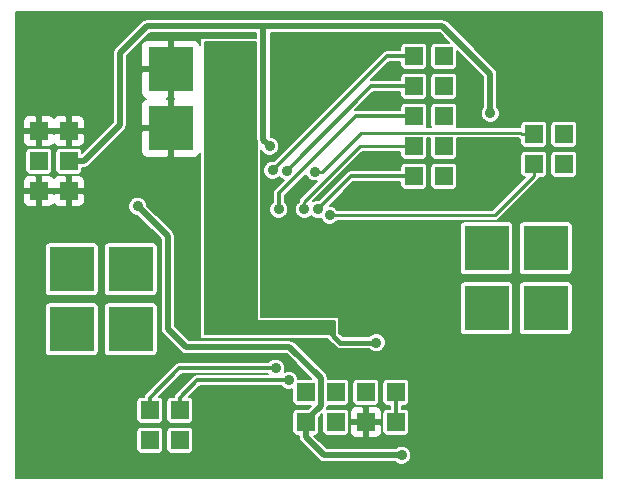
<source format=gbr>
G04 #@! TF.FileFunction,Copper,L1,Top,Signal*
%FSLAX46Y46*%
G04 Gerber Fmt 4.6, Leading zero omitted, Abs format (unit mm)*
G04 Created by KiCad (PCBNEW 0.201503251001+5534~22~ubuntu14.04.1-product) date Čt 26. březen 2015, 00:04:57 CET*
%MOMM*%
G01*
G04 APERTURE LIST*
%ADD10C,0.300000*%
%ADD11R,3.810000X3.810000*%
%ADD12C,6.000000*%
%ADD13R,1.524000X1.524000*%
%ADD14C,0.889000*%
%ADD15C,0.400000*%
%ADD16C,0.254000*%
%ADD17C,0.500000*%
%ADD18C,0.200000*%
G04 APERTURE END LIST*
D10*
D11*
X13716000Y35226000D03*
X13716000Y30226000D03*
X18796000Y35226000D03*
X18796000Y30226000D03*
D12*
X45720000Y35560000D03*
X45720000Y5080000D03*
X5080000Y35560000D03*
X5080000Y5080000D03*
D13*
X27686000Y5334000D03*
X27686000Y7874000D03*
D11*
X10334000Y18288000D03*
X5334000Y18288000D03*
X10334000Y13208000D03*
X5334000Y13208000D03*
X40466000Y20066000D03*
X45466000Y20066000D03*
X40466000Y14986000D03*
X45466000Y14986000D03*
D13*
X25146000Y7874000D03*
X25146000Y5334000D03*
X30226000Y5334000D03*
X30226000Y7874000D03*
X11938000Y3810000D03*
X11938000Y6350000D03*
X14478000Y3810000D03*
X14478000Y6350000D03*
X34290000Y31242000D03*
X36830000Y31242000D03*
X34290000Y36322000D03*
X36830000Y36322000D03*
X34290000Y33782000D03*
X36830000Y33782000D03*
X34290000Y28702000D03*
X36830000Y28702000D03*
X32766000Y5334000D03*
X32766000Y7874000D03*
X44450000Y27178000D03*
X46990000Y27178000D03*
X44450000Y29718000D03*
X46990000Y29718000D03*
X34290000Y26162000D03*
X36830000Y26162000D03*
X2540000Y29972000D03*
X5080000Y29972000D03*
X2540000Y27432000D03*
X5080000Y27432000D03*
X2540000Y24892000D03*
X5080000Y24892000D03*
D14*
X20066000Y13208000D03*
X31114996Y12065000D03*
X26924000Y13208000D03*
X29083000Y18288000D03*
X30325060Y18288000D03*
X28067000Y17145000D03*
X28067000Y19685000D03*
X26289000Y19939000D03*
X26162000Y18034000D03*
X26035000Y16383000D03*
X24511000Y16256000D03*
X22225000Y16129000D03*
X22225000Y17780000D03*
X22225000Y19431000D03*
X22225000Y20701000D03*
X23495000Y20701000D03*
X23495000Y19304000D03*
X23368000Y17780000D03*
X24765000Y17780000D03*
X24892000Y19050000D03*
X25019000Y20447000D03*
X33274000Y2540000D03*
X22098000Y28702000D03*
X10922000Y23622000D03*
X40767002Y31496000D03*
X26162000Y23368000D03*
X25894365Y26556636D03*
X27184332Y22856834D03*
X25019000Y23368000D03*
X23523488Y26641515D03*
X22352000Y26670000D03*
X22860000Y23368000D03*
X23685511Y8890000D03*
X22606000Y9906000D03*
D15*
X26924000Y13208000D02*
X28067000Y12065000D01*
X30486379Y12065000D02*
X31114996Y12065000D01*
X28067000Y12065000D02*
X30486379Y12065000D01*
D16*
X32512000Y18288000D02*
X30325060Y18288000D01*
X45720000Y5080000D02*
X32512000Y18288000D01*
X30325060Y18288000D02*
X29083000Y18288000D01*
X29083000Y18161000D02*
X28067000Y17145000D01*
X29083000Y18288000D02*
X29083000Y18161000D01*
X28067000Y17145000D02*
X28067000Y19685000D01*
X26543000Y19685000D02*
X26289000Y19939000D01*
X28067000Y19685000D02*
X26543000Y19685000D01*
X26289000Y18161000D02*
X26162000Y18034000D01*
X26289000Y19939000D02*
X26289000Y18161000D01*
X26162000Y16510000D02*
X26035000Y16383000D01*
X26162000Y18034000D02*
X26162000Y16510000D01*
X24638000Y16383000D02*
X24511000Y16256000D01*
X26035000Y16383000D02*
X24638000Y16383000D01*
X22352000Y16256000D02*
X22225000Y16129000D01*
X24511000Y16256000D02*
X22352000Y16256000D01*
X22225000Y17907000D02*
X22225000Y17780000D01*
X22225000Y16129000D02*
X22225000Y17907000D01*
X22225000Y17780000D02*
X22225000Y19431000D01*
X22225000Y19431000D02*
X22225000Y20701000D01*
X22225000Y20701000D02*
X23495000Y20701000D01*
X23495000Y20701000D02*
X23495000Y19304000D01*
X23495000Y17907000D02*
X23368000Y17780000D01*
X23495000Y19304000D02*
X23495000Y17907000D01*
X23368000Y17780000D02*
X24765000Y17780000D01*
X24765000Y18923000D02*
X24892000Y19050000D01*
X24765000Y17780000D02*
X24765000Y18923000D01*
X24892000Y20320000D02*
X25019000Y20447000D01*
X24892000Y19050000D02*
X24892000Y20320000D01*
D17*
X33274000Y2540000D02*
X26678000Y2540000D01*
X26678000Y2540000D02*
X25146000Y4072000D01*
X25146000Y4072000D02*
X25146000Y5334000D01*
X6342000Y27432000D02*
X9398000Y30488000D01*
X5080000Y27432000D02*
X6342000Y27432000D01*
X9398000Y30488000D02*
X9398000Y35625202D01*
X9398000Y35625202D02*
X9398000Y36576000D01*
X9398000Y36576000D02*
X11684000Y38862000D01*
X11684000Y38862000D02*
X20902628Y38862000D01*
X21564103Y29235897D02*
X22098000Y28702000D01*
X21564103Y38862000D02*
X21564103Y29235897D01*
X20902628Y38862000D02*
X21564103Y38862000D01*
X26412001Y9039201D02*
X23767202Y11684000D01*
X26412001Y6708799D02*
X26412001Y9039201D01*
X25037202Y5334000D02*
X26412001Y6708799D01*
X25146000Y5334000D02*
X25037202Y5334000D01*
X23767202Y11684000D02*
X14986000Y11684000D01*
X14986000Y11684000D02*
X13462000Y13208000D01*
X13462000Y21082000D02*
X10922000Y23622000D01*
X13462000Y13208000D02*
X13462000Y21082000D01*
X21564103Y38862000D02*
X36721202Y38862000D01*
X36721202Y38862000D02*
X40767002Y34816200D01*
X40767002Y34816200D02*
X40767002Y32124617D01*
X40767002Y32124617D02*
X40767002Y31496000D01*
D10*
X32766000Y5334000D02*
X32766000Y7874000D01*
X26162000Y23368000D02*
X28956000Y26162000D01*
X28956000Y26162000D02*
X34290000Y26162000D01*
D16*
X29811346Y29845000D02*
X43306999Y29845001D01*
X43306999Y29845001D02*
X43434000Y29718000D01*
X43434000Y29718000D02*
X44450000Y29718000D01*
X25894365Y26556636D02*
X26522982Y26556636D01*
X26522982Y26556636D02*
X29811346Y29845000D01*
X44323000Y29845000D02*
X44450000Y29718000D01*
X27184332Y22856834D02*
X41144834Y22856834D01*
X41144834Y22856834D02*
X44450000Y26162000D01*
X44450000Y26162000D02*
X44450000Y27178000D01*
X25019000Y23368000D02*
X25019000Y23996617D01*
X25019000Y23996617D02*
X29724383Y28702000D01*
X29724383Y28702000D02*
X33274000Y28702000D01*
X33274000Y28702000D02*
X34290000Y28702000D01*
D10*
X23523488Y26641515D02*
X30663973Y33782000D01*
X30663973Y33782000D02*
X34290000Y33782000D01*
X22352000Y26670000D02*
X32004000Y36322000D01*
X32004000Y36322000D02*
X34290000Y36322000D01*
X33228000Y31242000D02*
X34290000Y31242000D01*
X29379755Y31242000D02*
X33228000Y31242000D01*
X22860000Y24722245D02*
X29379755Y31242000D01*
X22860000Y23368000D02*
X22860000Y24722245D01*
X14478000Y7412000D02*
X14478000Y6350000D01*
X15956000Y8890000D02*
X14478000Y7412000D01*
X23685511Y8890000D02*
X15956000Y8890000D01*
X11938000Y7412000D02*
X11938000Y6350000D01*
X14432000Y9906000D02*
X11938000Y7412000D01*
X22606000Y9906000D02*
X14432000Y9906000D01*
D18*
G36*
X27586000Y12800000D02*
X19304000Y12800000D01*
X16610000Y12800000D01*
X16610000Y37492000D01*
X20960103Y37492000D01*
X20960103Y29235897D01*
X20982000Y29125813D01*
X20982000Y14732000D01*
X20982000Y13870000D01*
X27586000Y13870000D01*
X27586000Y12800000D01*
X27586000Y12800000D01*
G37*
X27586000Y12800000D02*
X19304000Y12800000D01*
X16610000Y12800000D01*
X16610000Y37492000D01*
X20960103Y37492000D01*
X20960103Y29235897D01*
X20982000Y29125813D01*
X20982000Y14732000D01*
X20982000Y13870000D01*
X27586000Y13870000D01*
X27586000Y12800000D01*
G36*
X50196000Y604000D02*
X48112935Y604000D01*
X48112935Y26416000D01*
X48112935Y27940000D01*
X48112935Y28956000D01*
X48112935Y30480000D01*
X48086746Y30614979D01*
X48008816Y30733613D01*
X47891170Y30813026D01*
X47752000Y30840935D01*
X46228000Y30840935D01*
X46093021Y30814746D01*
X45974387Y30736816D01*
X45894974Y30619170D01*
X45867065Y30480000D01*
X45867065Y28956000D01*
X45893254Y28821021D01*
X45971184Y28702387D01*
X46088830Y28622974D01*
X46228000Y28595065D01*
X47752000Y28595065D01*
X47886979Y28621254D01*
X48005613Y28699184D01*
X48085026Y28816830D01*
X48112935Y28956000D01*
X48112935Y27940000D01*
X48086746Y28074979D01*
X48008816Y28193613D01*
X47891170Y28273026D01*
X47752000Y28300935D01*
X46228000Y28300935D01*
X46093021Y28274746D01*
X45974387Y28196816D01*
X45894974Y28079170D01*
X45867065Y27940000D01*
X45867065Y26416000D01*
X45893254Y26281021D01*
X45971184Y26162387D01*
X46088830Y26082974D01*
X46228000Y26055065D01*
X47752000Y26055065D01*
X47886979Y26081254D01*
X48005613Y26159184D01*
X48085026Y26276830D01*
X48112935Y26416000D01*
X48112935Y604000D01*
X47731935Y604000D01*
X47731935Y13081000D01*
X47731935Y16891000D01*
X47731935Y18161000D01*
X47731935Y21971000D01*
X47705746Y22105979D01*
X47627816Y22224613D01*
X47510170Y22304026D01*
X47371000Y22331935D01*
X45572935Y22331935D01*
X45572935Y26416000D01*
X45572935Y27940000D01*
X45546746Y28074979D01*
X45468816Y28193613D01*
X45351170Y28273026D01*
X45212000Y28300935D01*
X43688000Y28300935D01*
X43553021Y28274746D01*
X43434387Y28196816D01*
X43354974Y28079170D01*
X43327065Y27940000D01*
X43327065Y26416000D01*
X43353254Y26281021D01*
X43431184Y26162387D01*
X43548830Y26082974D01*
X43667032Y26059270D01*
X40945597Y23337834D01*
X37952935Y23337834D01*
X37952935Y25400000D01*
X37952935Y26924000D01*
X37926746Y27058979D01*
X37848816Y27177613D01*
X37731170Y27257026D01*
X37592000Y27284935D01*
X36068000Y27284935D01*
X35933021Y27258746D01*
X35814387Y27180816D01*
X35734974Y27063170D01*
X35707065Y26924000D01*
X35707065Y25400000D01*
X35733254Y25265021D01*
X35811184Y25146387D01*
X35928830Y25066974D01*
X36068000Y25039065D01*
X37592000Y25039065D01*
X37726979Y25065254D01*
X37845613Y25143184D01*
X37925026Y25260830D01*
X37952935Y25400000D01*
X37952935Y23337834D01*
X27832436Y23337834D01*
X27637237Y23533375D01*
X27343860Y23655196D01*
X27162118Y23655355D01*
X29164764Y25658000D01*
X33167065Y25658000D01*
X33167065Y25400000D01*
X33193254Y25265021D01*
X33271184Y25146387D01*
X33388830Y25066974D01*
X33528000Y25039065D01*
X35052000Y25039065D01*
X35186979Y25065254D01*
X35305613Y25143184D01*
X35385026Y25260830D01*
X35412935Y25400000D01*
X35412935Y26924000D01*
X35386746Y27058979D01*
X35308816Y27177613D01*
X35191170Y27257026D01*
X35052000Y27284935D01*
X33528000Y27284935D01*
X33393021Y27258746D01*
X33274387Y27180816D01*
X33194974Y27063170D01*
X33167065Y26924000D01*
X33167065Y26666000D01*
X28956000Y26666000D01*
X28763128Y26627635D01*
X28599618Y26518382D01*
X26247662Y24166427D01*
X26003865Y24166639D01*
X25774475Y24071857D01*
X29923619Y28221000D01*
X33167065Y28221000D01*
X33167065Y27940000D01*
X33193254Y27805021D01*
X33271184Y27686387D01*
X33388830Y27606974D01*
X33528000Y27579065D01*
X35052000Y27579065D01*
X35186979Y27605254D01*
X35305613Y27683184D01*
X35385026Y27800830D01*
X35412935Y27940000D01*
X35412935Y29364001D01*
X35707065Y29364001D01*
X35707065Y27940000D01*
X35733254Y27805021D01*
X35811184Y27686387D01*
X35928830Y27606974D01*
X36068000Y27579065D01*
X37592000Y27579065D01*
X37726979Y27605254D01*
X37845613Y27683184D01*
X37925026Y27800830D01*
X37952935Y27940000D01*
X37952935Y29364001D01*
X43114654Y29364001D01*
X43114656Y29364001D01*
X43249929Y29273614D01*
X43249930Y29273613D01*
X43327065Y29258271D01*
X43327065Y28956000D01*
X43353254Y28821021D01*
X43431184Y28702387D01*
X43548830Y28622974D01*
X43688000Y28595065D01*
X45212000Y28595065D01*
X45346979Y28621254D01*
X45465613Y28699184D01*
X45545026Y28816830D01*
X45572935Y28956000D01*
X45572935Y30480000D01*
X45546746Y30614979D01*
X45468816Y30733613D01*
X45351170Y30813026D01*
X45212000Y30840935D01*
X43688000Y30840935D01*
X43553021Y30814746D01*
X43434387Y30736816D01*
X43354974Y30619170D01*
X43327065Y30480000D01*
X43327065Y30322010D01*
X43306999Y30326001D01*
X41565641Y30326001D01*
X41565641Y31654135D01*
X41444332Y31947723D01*
X41371002Y32021181D01*
X41371002Y32124617D01*
X41371002Y34816200D01*
X41325025Y35047341D01*
X41194094Y35243292D01*
X41194094Y35243293D01*
X37148294Y39289092D01*
X36952343Y39420023D01*
X36721202Y39466000D01*
X21564103Y39466000D01*
X20902628Y39466000D01*
X11684000Y39466000D01*
X11452859Y39420023D01*
X11256907Y39289092D01*
X8970908Y37003092D01*
X8839977Y36807141D01*
X8794000Y36576000D01*
X8794000Y35625202D01*
X8794000Y30738185D01*
X6450000Y28394185D01*
X6450000Y29089062D01*
X6450000Y29330939D01*
X6450000Y29666000D01*
X6450000Y30278000D01*
X6450000Y30613061D01*
X6450000Y30854938D01*
X6357438Y31078404D01*
X6186405Y31249437D01*
X5962939Y31342000D01*
X5386000Y31342000D01*
X5234000Y31190000D01*
X5234000Y30126000D01*
X6298000Y30126000D01*
X6450000Y30278000D01*
X6450000Y29666000D01*
X6298000Y29818000D01*
X5234000Y29818000D01*
X5234000Y28754000D01*
X5386000Y28602000D01*
X5962939Y28602000D01*
X6186405Y28694563D01*
X6357438Y28865596D01*
X6450000Y29089062D01*
X6450000Y28394185D01*
X6202935Y28147120D01*
X6202935Y28194000D01*
X6176746Y28328979D01*
X6098816Y28447613D01*
X5981170Y28527026D01*
X5842000Y28554935D01*
X4926000Y28554935D01*
X4926000Y28754000D01*
X4926000Y29818000D01*
X4926000Y30126000D01*
X4926000Y31190000D01*
X4774000Y31342000D01*
X4197061Y31342000D01*
X3973595Y31249437D01*
X3810000Y31085842D01*
X3646405Y31249437D01*
X3422939Y31342000D01*
X2846000Y31342000D01*
X2694000Y31190000D01*
X2694000Y30126000D01*
X3758000Y30126000D01*
X3810000Y30178000D01*
X3862000Y30126000D01*
X4926000Y30126000D01*
X4926000Y29818000D01*
X3862000Y29818000D01*
X3810000Y29766000D01*
X3758000Y29818000D01*
X2694000Y29818000D01*
X2694000Y28754000D01*
X2846000Y28602000D01*
X3422939Y28602000D01*
X3646405Y28694563D01*
X3810000Y28858158D01*
X3973595Y28694563D01*
X4197061Y28602000D01*
X4774000Y28602000D01*
X4926000Y28754000D01*
X4926000Y28554935D01*
X4318000Y28554935D01*
X4183021Y28528746D01*
X4064387Y28450816D01*
X3984974Y28333170D01*
X3957065Y28194000D01*
X3957065Y26670000D01*
X3983254Y26535021D01*
X4061184Y26416387D01*
X4178830Y26336974D01*
X4318000Y26309065D01*
X5842000Y26309065D01*
X5976979Y26335254D01*
X6095613Y26413184D01*
X6175026Y26530830D01*
X6202935Y26670000D01*
X6202935Y26828000D01*
X6342000Y26828000D01*
X6342000Y26828001D01*
X6573140Y26873977D01*
X6573141Y26873977D01*
X6769092Y27004908D01*
X9825092Y30060908D01*
X9825093Y30060908D01*
X9903579Y30178373D01*
X9956023Y30256859D01*
X9956023Y30256860D01*
X10002000Y30488000D01*
X10002000Y35625202D01*
X10002000Y36325816D01*
X11934184Y38258000D01*
X20902628Y38258000D01*
X20960103Y38258000D01*
X20960103Y37892000D01*
X16210000Y37892000D01*
X16210000Y37297808D01*
X16136438Y37475404D01*
X15965405Y37646437D01*
X15741939Y37739000D01*
X14022000Y37739000D01*
X13870000Y37587000D01*
X13870000Y35380000D01*
X13890000Y35380000D01*
X13890000Y35072000D01*
X13870000Y35072000D01*
X13870000Y32865000D01*
X14009000Y32726000D01*
X13870000Y32587000D01*
X13870000Y30380000D01*
X13890000Y30380000D01*
X13890000Y30072000D01*
X13870000Y30072000D01*
X13870000Y27865000D01*
X14022000Y27713000D01*
X15741939Y27713000D01*
X15965405Y27805563D01*
X16136438Y27976596D01*
X16210000Y28154192D01*
X16210000Y12400000D01*
X19304000Y12400000D01*
X26948526Y12400000D01*
X27675263Y11673263D01*
X27854993Y11553171D01*
X27854994Y11553171D01*
X28067000Y11511000D01*
X30486379Y11511000D01*
X30539764Y11511000D01*
X30662091Y11388459D01*
X30955468Y11266638D01*
X31273131Y11266361D01*
X31566719Y11387670D01*
X31791537Y11612095D01*
X31913358Y11905472D01*
X31913635Y12223135D01*
X31792326Y12516723D01*
X31567901Y12741541D01*
X31274524Y12863362D01*
X30956861Y12863639D01*
X30663273Y12742330D01*
X30539727Y12619000D01*
X30486379Y12619000D01*
X28296474Y12619000D01*
X27986000Y12929474D01*
X27986000Y14270000D01*
X21382000Y14270000D01*
X21382000Y14732000D01*
X21382000Y28343864D01*
X21420670Y28250277D01*
X21645095Y28025459D01*
X21938472Y27903638D01*
X22256135Y27903361D01*
X22549723Y28024670D01*
X22774541Y28249095D01*
X22896362Y28542472D01*
X22896639Y28860135D01*
X22775330Y29153723D01*
X22550905Y29378541D01*
X22257528Y29500362D01*
X22168103Y29500440D01*
X22168103Y38258000D01*
X36471017Y38258000D01*
X37284082Y37444935D01*
X36068000Y37444935D01*
X35933021Y37418746D01*
X35814387Y37340816D01*
X35734974Y37223170D01*
X35707065Y37084000D01*
X35707065Y35560000D01*
X35733254Y35425021D01*
X35811184Y35306387D01*
X35928830Y35226974D01*
X36068000Y35199065D01*
X37592000Y35199065D01*
X37726979Y35225254D01*
X37845613Y35303184D01*
X37925026Y35420830D01*
X37952935Y35560000D01*
X37952935Y36776082D01*
X40163002Y34566015D01*
X40163002Y32124617D01*
X40163002Y32021320D01*
X40090461Y31948905D01*
X39968640Y31655528D01*
X39968363Y31337865D01*
X40089672Y31044277D01*
X40314097Y30819459D01*
X40607474Y30697638D01*
X40925137Y30697361D01*
X41218725Y30818670D01*
X41443543Y31043095D01*
X41565364Y31336472D01*
X41565641Y31654135D01*
X41565641Y30326001D01*
X37915015Y30326001D01*
X37925026Y30340830D01*
X37952935Y30480000D01*
X37952935Y32004000D01*
X37952935Y33020000D01*
X37952935Y34544000D01*
X37926746Y34678979D01*
X37848816Y34797613D01*
X37731170Y34877026D01*
X37592000Y34904935D01*
X36068000Y34904935D01*
X35933021Y34878746D01*
X35814387Y34800816D01*
X35734974Y34683170D01*
X35707065Y34544000D01*
X35707065Y33020000D01*
X35733254Y32885021D01*
X35811184Y32766387D01*
X35928830Y32686974D01*
X36068000Y32659065D01*
X37592000Y32659065D01*
X37726979Y32685254D01*
X37845613Y32763184D01*
X37925026Y32880830D01*
X37952935Y33020000D01*
X37952935Y32004000D01*
X37926746Y32138979D01*
X37848816Y32257613D01*
X37731170Y32337026D01*
X37592000Y32364935D01*
X36068000Y32364935D01*
X35933021Y32338746D01*
X35814387Y32260816D01*
X35734974Y32143170D01*
X35707065Y32004000D01*
X35707065Y30480000D01*
X35733254Y30345021D01*
X35745748Y30326001D01*
X35375015Y30326001D01*
X35385026Y30340830D01*
X35412935Y30480000D01*
X35412935Y32004000D01*
X35386746Y32138979D01*
X35308816Y32257613D01*
X35191170Y32337026D01*
X35052000Y32364935D01*
X33528000Y32364935D01*
X33393021Y32338746D01*
X33274387Y32260816D01*
X33194974Y32143170D01*
X33167065Y32004000D01*
X33167065Y31746000D01*
X29379755Y31746000D01*
X29331048Y31736312D01*
X30872737Y33278000D01*
X33167065Y33278000D01*
X33167065Y33020000D01*
X33193254Y32885021D01*
X33271184Y32766387D01*
X33388830Y32686974D01*
X33528000Y32659065D01*
X35052000Y32659065D01*
X35186979Y32685254D01*
X35305613Y32763184D01*
X35385026Y32880830D01*
X35412935Y33020000D01*
X35412935Y34544000D01*
X35386746Y34678979D01*
X35308816Y34797613D01*
X35191170Y34877026D01*
X35052000Y34904935D01*
X33528000Y34904935D01*
X33393021Y34878746D01*
X33274387Y34800816D01*
X33194974Y34683170D01*
X33167065Y34544000D01*
X33167065Y34286000D01*
X30680763Y34286000D01*
X32212764Y35818000D01*
X33167065Y35818000D01*
X33167065Y35560000D01*
X33193254Y35425021D01*
X33271184Y35306387D01*
X33388830Y35226974D01*
X33528000Y35199065D01*
X35052000Y35199065D01*
X35186979Y35225254D01*
X35305613Y35303184D01*
X35385026Y35420830D01*
X35412935Y35560000D01*
X35412935Y37084000D01*
X35386746Y37218979D01*
X35308816Y37337613D01*
X35191170Y37417026D01*
X35052000Y37444935D01*
X33528000Y37444935D01*
X33393021Y37418746D01*
X33274387Y37340816D01*
X33194974Y37223170D01*
X33167065Y37084000D01*
X33167065Y36826000D01*
X32004000Y36826000D01*
X31811127Y36787635D01*
X31647618Y36678382D01*
X22437662Y27468427D01*
X22193865Y27468639D01*
X21900277Y27347330D01*
X21675459Y27122905D01*
X21553638Y26829528D01*
X21553361Y26511865D01*
X21674670Y26218277D01*
X21899095Y25993459D01*
X22192472Y25871638D01*
X22510135Y25871361D01*
X22803723Y25992670D01*
X22923538Y26112277D01*
X23070583Y25964974D01*
X23296256Y25871266D01*
X22503618Y25078627D01*
X22394365Y24915118D01*
X22356000Y24722245D01*
X22356000Y23993145D01*
X22183459Y23820905D01*
X22061638Y23527528D01*
X22061361Y23209865D01*
X22182670Y22916277D01*
X22407095Y22691459D01*
X22700472Y22569638D01*
X23018135Y22569361D01*
X23311723Y22690670D01*
X23536541Y22915095D01*
X23658362Y23208472D01*
X23658639Y23526135D01*
X23537330Y23819723D01*
X23364000Y23993356D01*
X23364000Y24513481D01*
X25140546Y26290028D01*
X25217035Y26104913D01*
X25441460Y25880095D01*
X25734837Y25758274D01*
X26052500Y25757997D01*
X26133691Y25791545D01*
X24678882Y24336735D01*
X24574614Y24180688D01*
X24542836Y24020933D01*
X24342459Y23820905D01*
X24220638Y23527528D01*
X24220361Y23209865D01*
X24341670Y22916277D01*
X24566095Y22691459D01*
X24859472Y22569638D01*
X25177135Y22569361D01*
X25470723Y22690670D01*
X25590512Y22810250D01*
X25709095Y22691459D01*
X26002472Y22569638D01*
X26320135Y22569361D01*
X26421780Y22611361D01*
X26507002Y22405111D01*
X26731427Y22180293D01*
X27024804Y22058472D01*
X27342467Y22058195D01*
X27636055Y22179504D01*
X27832728Y22375834D01*
X41144834Y22375834D01*
X41144834Y22375835D01*
X41328905Y22412448D01*
X41484952Y22516716D01*
X44790118Y25821882D01*
X44790119Y25821882D01*
X44894386Y25977929D01*
X44894387Y25977930D01*
X44909729Y26055065D01*
X45212000Y26055065D01*
X45346979Y26081254D01*
X45465613Y26159184D01*
X45545026Y26276830D01*
X45572935Y26416000D01*
X45572935Y22331935D01*
X43561000Y22331935D01*
X43426021Y22305746D01*
X43307387Y22227816D01*
X43227974Y22110170D01*
X43200065Y21971000D01*
X43200065Y18161000D01*
X43226254Y18026021D01*
X43304184Y17907387D01*
X43421830Y17827974D01*
X43561000Y17800065D01*
X47371000Y17800065D01*
X47505979Y17826254D01*
X47624613Y17904184D01*
X47704026Y18021830D01*
X47731935Y18161000D01*
X47731935Y16891000D01*
X47705746Y17025979D01*
X47627816Y17144613D01*
X47510170Y17224026D01*
X47371000Y17251935D01*
X43561000Y17251935D01*
X43426021Y17225746D01*
X43307387Y17147816D01*
X43227974Y17030170D01*
X43200065Y16891000D01*
X43200065Y13081000D01*
X43226254Y12946021D01*
X43304184Y12827387D01*
X43421830Y12747974D01*
X43561000Y12720065D01*
X47371000Y12720065D01*
X47505979Y12746254D01*
X47624613Y12824184D01*
X47704026Y12941830D01*
X47731935Y13081000D01*
X47731935Y604000D01*
X42731935Y604000D01*
X42731935Y13081000D01*
X42731935Y16891000D01*
X42731935Y18161000D01*
X42731935Y21971000D01*
X42705746Y22105979D01*
X42627816Y22224613D01*
X42510170Y22304026D01*
X42371000Y22331935D01*
X38561000Y22331935D01*
X38426021Y22305746D01*
X38307387Y22227816D01*
X38227974Y22110170D01*
X38200065Y21971000D01*
X38200065Y18161000D01*
X38226254Y18026021D01*
X38304184Y17907387D01*
X38421830Y17827974D01*
X38561000Y17800065D01*
X42371000Y17800065D01*
X42505979Y17826254D01*
X42624613Y17904184D01*
X42704026Y18021830D01*
X42731935Y18161000D01*
X42731935Y16891000D01*
X42705746Y17025979D01*
X42627816Y17144613D01*
X42510170Y17224026D01*
X42371000Y17251935D01*
X38561000Y17251935D01*
X38426021Y17225746D01*
X38307387Y17147816D01*
X38227974Y17030170D01*
X38200065Y16891000D01*
X38200065Y13081000D01*
X38226254Y12946021D01*
X38304184Y12827387D01*
X38421830Y12747974D01*
X38561000Y12720065D01*
X42371000Y12720065D01*
X42505979Y12746254D01*
X42624613Y12824184D01*
X42704026Y12941830D01*
X42731935Y13081000D01*
X42731935Y604000D01*
X34072639Y604000D01*
X34072639Y2698135D01*
X33951330Y2991723D01*
X33888935Y3054227D01*
X33888935Y4572000D01*
X33888935Y6096000D01*
X33862746Y6230979D01*
X33784816Y6349613D01*
X33667170Y6429026D01*
X33528000Y6456935D01*
X33270000Y6456935D01*
X33270000Y6751065D01*
X33528000Y6751065D01*
X33662979Y6777254D01*
X33781613Y6855184D01*
X33861026Y6972830D01*
X33888935Y7112000D01*
X33888935Y8636000D01*
X33862746Y8770979D01*
X33784816Y8889613D01*
X33667170Y8969026D01*
X33528000Y8996935D01*
X32004000Y8996935D01*
X31869021Y8970746D01*
X31750387Y8892816D01*
X31670974Y8775170D01*
X31643065Y8636000D01*
X31643065Y7112000D01*
X31669254Y6977021D01*
X31747184Y6858387D01*
X31864830Y6778974D01*
X32004000Y6751065D01*
X32262000Y6751065D01*
X32262000Y6456935D01*
X32004000Y6456935D01*
X31869021Y6430746D01*
X31750387Y6352816D01*
X31670974Y6235170D01*
X31643065Y6096000D01*
X31643065Y4572000D01*
X31669254Y4437021D01*
X31747184Y4318387D01*
X31864830Y4238974D01*
X32004000Y4211065D01*
X33528000Y4211065D01*
X33662979Y4237254D01*
X33781613Y4315184D01*
X33861026Y4432830D01*
X33888935Y4572000D01*
X33888935Y3054227D01*
X33726905Y3216541D01*
X33433528Y3338362D01*
X33115865Y3338639D01*
X32822277Y3217330D01*
X32748818Y3144000D01*
X31596000Y3144000D01*
X31596000Y4451062D01*
X31596000Y4692939D01*
X31596000Y5028000D01*
X31596000Y5640000D01*
X31596000Y5975061D01*
X31596000Y6216938D01*
X31503438Y6440404D01*
X31348935Y6594907D01*
X31348935Y7112000D01*
X31348935Y8636000D01*
X31322746Y8770979D01*
X31244816Y8889613D01*
X31127170Y8969026D01*
X30988000Y8996935D01*
X29464000Y8996935D01*
X29329021Y8970746D01*
X29210387Y8892816D01*
X29130974Y8775170D01*
X29103065Y8636000D01*
X29103065Y7112000D01*
X29129254Y6977021D01*
X29207184Y6858387D01*
X29324830Y6778974D01*
X29464000Y6751065D01*
X30988000Y6751065D01*
X31122979Y6777254D01*
X31241613Y6855184D01*
X31321026Y6972830D01*
X31348935Y7112000D01*
X31348935Y6594907D01*
X31332405Y6611437D01*
X31108939Y6704000D01*
X30532000Y6704000D01*
X30380000Y6552000D01*
X30380000Y5488000D01*
X31444000Y5488000D01*
X31596000Y5640000D01*
X31596000Y5028000D01*
X31444000Y5180000D01*
X30380000Y5180000D01*
X30380000Y4116000D01*
X30532000Y3964000D01*
X31108939Y3964000D01*
X31332405Y4056563D01*
X31503438Y4227596D01*
X31596000Y4451062D01*
X31596000Y3144000D01*
X30072000Y3144000D01*
X30072000Y4116000D01*
X30072000Y5180000D01*
X30072000Y5488000D01*
X30072000Y6552000D01*
X29920000Y6704000D01*
X29343061Y6704000D01*
X29119595Y6611437D01*
X28948562Y6440404D01*
X28856000Y6216938D01*
X28856000Y5975061D01*
X28856000Y5640000D01*
X29008000Y5488000D01*
X30072000Y5488000D01*
X30072000Y5180000D01*
X29008000Y5180000D01*
X28856000Y5028000D01*
X28856000Y4692939D01*
X28856000Y4451062D01*
X28948562Y4227596D01*
X29119595Y4056563D01*
X29343061Y3964000D01*
X29920000Y3964000D01*
X30072000Y4116000D01*
X30072000Y3144000D01*
X26928184Y3144000D01*
X25861119Y4211065D01*
X25908000Y4211065D01*
X26042979Y4237254D01*
X26161613Y4315184D01*
X26241026Y4432830D01*
X26268935Y4572000D01*
X26268935Y5711549D01*
X26563065Y6005679D01*
X26563065Y4572000D01*
X26589254Y4437021D01*
X26667184Y4318387D01*
X26784830Y4238974D01*
X26924000Y4211065D01*
X28448000Y4211065D01*
X28582979Y4237254D01*
X28701613Y4315184D01*
X28781026Y4432830D01*
X28808935Y4572000D01*
X28808935Y6096000D01*
X28782746Y6230979D01*
X28704816Y6349613D01*
X28587170Y6429026D01*
X28448000Y6456935D01*
X26956177Y6456935D01*
X26970024Y6477658D01*
X27016000Y6708799D01*
X27016001Y6708799D01*
X27016001Y6751065D01*
X28448000Y6751065D01*
X28582979Y6777254D01*
X28701613Y6855184D01*
X28781026Y6972830D01*
X28808935Y7112000D01*
X28808935Y8636000D01*
X28782746Y8770979D01*
X28704816Y8889613D01*
X28587170Y8969026D01*
X28448000Y8996935D01*
X27016001Y8996935D01*
X27016001Y9039201D01*
X26970024Y9270341D01*
X26970024Y9270342D01*
X26917580Y9348829D01*
X26839094Y9466293D01*
X24194294Y12111092D01*
X23998343Y12242023D01*
X23767202Y12288000D01*
X15236184Y12288000D01*
X14066000Y13458184D01*
X14066000Y21082000D01*
X14020023Y21313141D01*
X13889092Y21509092D01*
X13889092Y21509093D01*
X13562000Y21836184D01*
X13562000Y27865000D01*
X13562000Y30072000D01*
X13562000Y30380000D01*
X13562000Y32587000D01*
X13423000Y32726000D01*
X13562000Y32865000D01*
X13562000Y35072000D01*
X13562000Y35380000D01*
X13562000Y37587000D01*
X13410000Y37739000D01*
X11690061Y37739000D01*
X11466595Y37646437D01*
X11295562Y37475404D01*
X11203000Y37251938D01*
X11203000Y37010061D01*
X11203000Y35532000D01*
X11355000Y35380000D01*
X13562000Y35380000D01*
X13562000Y35072000D01*
X11355000Y35072000D01*
X11203000Y34920000D01*
X11203000Y33441939D01*
X11203000Y33200062D01*
X11295562Y32976596D01*
X11466595Y32805563D01*
X11658676Y32726000D01*
X11466595Y32646437D01*
X11295562Y32475404D01*
X11203000Y32251938D01*
X11203000Y32010061D01*
X11203000Y30532000D01*
X11355000Y30380000D01*
X13562000Y30380000D01*
X13562000Y30072000D01*
X11355000Y30072000D01*
X11203000Y29920000D01*
X11203000Y28441939D01*
X11203000Y28200062D01*
X11295562Y27976596D01*
X11466595Y27805563D01*
X11690061Y27713000D01*
X13410000Y27713000D01*
X13562000Y27865000D01*
X13562000Y21836184D01*
X11720549Y23677635D01*
X11720639Y23780135D01*
X11599330Y24073723D01*
X11374905Y24298541D01*
X11081528Y24420362D01*
X10763865Y24420639D01*
X10470277Y24299330D01*
X10245459Y24074905D01*
X10123638Y23781528D01*
X10123361Y23463865D01*
X10244670Y23170277D01*
X10469095Y22945459D01*
X10762472Y22823638D01*
X10866268Y22823548D01*
X12858000Y20831815D01*
X12858000Y13208000D01*
X12903977Y12976859D01*
X13034908Y12780908D01*
X14558907Y11256908D01*
X14558908Y11256908D01*
X14754859Y11125977D01*
X14986000Y11080000D01*
X23517017Y11080000D01*
X25600082Y8996935D01*
X24484105Y8996935D01*
X24484150Y9048135D01*
X24362841Y9341723D01*
X24138416Y9566541D01*
X23845039Y9688362D01*
X23527376Y9688639D01*
X23349896Y9615306D01*
X23404362Y9746472D01*
X23404639Y10064135D01*
X23283330Y10357723D01*
X23058905Y10582541D01*
X22765528Y10704362D01*
X22447865Y10704639D01*
X22154277Y10583330D01*
X21980643Y10410000D01*
X14432005Y10410000D01*
X14432000Y10410001D01*
X14239128Y10371635D01*
X14075618Y10262382D01*
X12599935Y8786699D01*
X12599935Y11303000D01*
X12599935Y15113000D01*
X12599935Y16383000D01*
X12599935Y20193000D01*
X12573746Y20327979D01*
X12495816Y20446613D01*
X12378170Y20526026D01*
X12239000Y20553935D01*
X8429000Y20553935D01*
X8294021Y20527746D01*
X8175387Y20449816D01*
X8095974Y20332170D01*
X8068065Y20193000D01*
X8068065Y16383000D01*
X8094254Y16248021D01*
X8172184Y16129387D01*
X8289830Y16049974D01*
X8429000Y16022065D01*
X12239000Y16022065D01*
X12373979Y16048254D01*
X12492613Y16126184D01*
X12572026Y16243830D01*
X12599935Y16383000D01*
X12599935Y15113000D01*
X12573746Y15247979D01*
X12495816Y15366613D01*
X12378170Y15446026D01*
X12239000Y15473935D01*
X8429000Y15473935D01*
X8294021Y15447746D01*
X8175387Y15369816D01*
X8095974Y15252170D01*
X8068065Y15113000D01*
X8068065Y11303000D01*
X8094254Y11168021D01*
X8172184Y11049387D01*
X8289830Y10969974D01*
X8429000Y10942065D01*
X12239000Y10942065D01*
X12373979Y10968254D01*
X12492613Y11046184D01*
X12572026Y11163830D01*
X12599935Y11303000D01*
X12599935Y8786699D01*
X11581618Y7768382D01*
X11472365Y7604873D01*
X11446120Y7472935D01*
X11176000Y7472935D01*
X11041021Y7446746D01*
X10922387Y7368816D01*
X10842974Y7251170D01*
X10815065Y7112000D01*
X10815065Y5588000D01*
X10841254Y5453021D01*
X10919184Y5334387D01*
X11036830Y5254974D01*
X11176000Y5227065D01*
X12700000Y5227065D01*
X12834979Y5253254D01*
X12953613Y5331184D01*
X13033026Y5448830D01*
X13060935Y5588000D01*
X13060935Y7112000D01*
X13034746Y7246979D01*
X12956816Y7365613D01*
X12839170Y7445026D01*
X12709744Y7470981D01*
X14640764Y9402000D01*
X21980855Y9402000D01*
X21988841Y9394000D01*
X15956005Y9394000D01*
X15956000Y9394001D01*
X15763128Y9355635D01*
X15599618Y9246382D01*
X14121618Y7768382D01*
X14012365Y7604873D01*
X13986120Y7472935D01*
X13716000Y7472935D01*
X13581021Y7446746D01*
X13462387Y7368816D01*
X13382974Y7251170D01*
X13355065Y7112000D01*
X13355065Y5588000D01*
X13381254Y5453021D01*
X13459184Y5334387D01*
X13576830Y5254974D01*
X13716000Y5227065D01*
X15240000Y5227065D01*
X15374979Y5253254D01*
X15493613Y5331184D01*
X15573026Y5448830D01*
X15600935Y5588000D01*
X15600935Y7112000D01*
X15574746Y7246979D01*
X15496816Y7365613D01*
X15379170Y7445026D01*
X15249744Y7470981D01*
X16164764Y8386000D01*
X23060366Y8386000D01*
X23232606Y8213459D01*
X23525983Y8091638D01*
X23843646Y8091361D01*
X24023065Y8165496D01*
X24023065Y7112000D01*
X24049254Y6977021D01*
X24127184Y6858387D01*
X24244830Y6778974D01*
X24384000Y6751065D01*
X25600082Y6751065D01*
X25305952Y6456935D01*
X24384000Y6456935D01*
X24249021Y6430746D01*
X24130387Y6352816D01*
X24050974Y6235170D01*
X24023065Y6096000D01*
X24023065Y4572000D01*
X24049254Y4437021D01*
X24127184Y4318387D01*
X24244830Y4238974D01*
X24384000Y4211065D01*
X24542000Y4211065D01*
X24542000Y4072000D01*
X24587977Y3840859D01*
X24718908Y3644908D01*
X26250907Y2112908D01*
X26250908Y2112908D01*
X26446859Y1981977D01*
X26678000Y1936000D01*
X32748680Y1936000D01*
X32821095Y1863459D01*
X33114472Y1741638D01*
X33432135Y1741361D01*
X33725723Y1862670D01*
X33950541Y2087095D01*
X34072362Y2380472D01*
X34072639Y2698135D01*
X34072639Y604000D01*
X15600935Y604000D01*
X15600935Y3048000D01*
X15600935Y4572000D01*
X15574746Y4706979D01*
X15496816Y4825613D01*
X15379170Y4905026D01*
X15240000Y4932935D01*
X13716000Y4932935D01*
X13581021Y4906746D01*
X13462387Y4828816D01*
X13382974Y4711170D01*
X13355065Y4572000D01*
X13355065Y3048000D01*
X13381254Y2913021D01*
X13459184Y2794387D01*
X13576830Y2714974D01*
X13716000Y2687065D01*
X15240000Y2687065D01*
X15374979Y2713254D01*
X15493613Y2791184D01*
X15573026Y2908830D01*
X15600935Y3048000D01*
X15600935Y604000D01*
X13060935Y604000D01*
X13060935Y3048000D01*
X13060935Y4572000D01*
X13034746Y4706979D01*
X12956816Y4825613D01*
X12839170Y4905026D01*
X12700000Y4932935D01*
X11176000Y4932935D01*
X11041021Y4906746D01*
X10922387Y4828816D01*
X10842974Y4711170D01*
X10815065Y4572000D01*
X10815065Y3048000D01*
X10841254Y2913021D01*
X10919184Y2794387D01*
X11036830Y2714974D01*
X11176000Y2687065D01*
X12700000Y2687065D01*
X12834979Y2713254D01*
X12953613Y2791184D01*
X13033026Y2908830D01*
X13060935Y3048000D01*
X13060935Y604000D01*
X7599935Y604000D01*
X7599935Y11303000D01*
X7599935Y15113000D01*
X7599935Y16383000D01*
X7599935Y20193000D01*
X7573746Y20327979D01*
X7495816Y20446613D01*
X7378170Y20526026D01*
X7239000Y20553935D01*
X6450000Y20553935D01*
X6450000Y24009062D01*
X6450000Y24250939D01*
X6450000Y24586000D01*
X6450000Y25198000D01*
X6450000Y25533061D01*
X6450000Y25774938D01*
X6357438Y25998404D01*
X6186405Y26169437D01*
X5962939Y26262000D01*
X5386000Y26262000D01*
X5234000Y26110000D01*
X5234000Y25046000D01*
X6298000Y25046000D01*
X6450000Y25198000D01*
X6450000Y24586000D01*
X6298000Y24738000D01*
X5234000Y24738000D01*
X5234000Y23674000D01*
X5386000Y23522000D01*
X5962939Y23522000D01*
X6186405Y23614563D01*
X6357438Y23785596D01*
X6450000Y24009062D01*
X6450000Y20553935D01*
X4926000Y20553935D01*
X4926000Y23674000D01*
X4926000Y24738000D01*
X4926000Y25046000D01*
X4926000Y26110000D01*
X4774000Y26262000D01*
X4197061Y26262000D01*
X3973595Y26169437D01*
X3810000Y26005842D01*
X3662935Y26152907D01*
X3662935Y26670000D01*
X3662935Y28194000D01*
X3636746Y28328979D01*
X3558816Y28447613D01*
X3441170Y28527026D01*
X3302000Y28554935D01*
X2386000Y28554935D01*
X2386000Y28754000D01*
X2386000Y29818000D01*
X2386000Y30126000D01*
X2386000Y31190000D01*
X2234000Y31342000D01*
X1657061Y31342000D01*
X1433595Y31249437D01*
X1262562Y31078404D01*
X1170000Y30854938D01*
X1170000Y30613061D01*
X1170000Y30278000D01*
X1322000Y30126000D01*
X2386000Y30126000D01*
X2386000Y29818000D01*
X1322000Y29818000D01*
X1170000Y29666000D01*
X1170000Y29330939D01*
X1170000Y29089062D01*
X1262562Y28865596D01*
X1433595Y28694563D01*
X1657061Y28602000D01*
X2234000Y28602000D01*
X2386000Y28754000D01*
X2386000Y28554935D01*
X1778000Y28554935D01*
X1643021Y28528746D01*
X1524387Y28450816D01*
X1444974Y28333170D01*
X1417065Y28194000D01*
X1417065Y26670000D01*
X1443254Y26535021D01*
X1521184Y26416387D01*
X1638830Y26336974D01*
X1778000Y26309065D01*
X3302000Y26309065D01*
X3436979Y26335254D01*
X3555613Y26413184D01*
X3635026Y26530830D01*
X3662935Y26670000D01*
X3662935Y26152907D01*
X3646405Y26169437D01*
X3422939Y26262000D01*
X2846000Y26262000D01*
X2694000Y26110000D01*
X2694000Y25046000D01*
X3758000Y25046000D01*
X3810000Y25098000D01*
X3862000Y25046000D01*
X4926000Y25046000D01*
X4926000Y24738000D01*
X3862000Y24738000D01*
X3810000Y24686000D01*
X3758000Y24738000D01*
X2694000Y24738000D01*
X2694000Y23674000D01*
X2846000Y23522000D01*
X3422939Y23522000D01*
X3646405Y23614563D01*
X3810000Y23778158D01*
X3973595Y23614563D01*
X4197061Y23522000D01*
X4774000Y23522000D01*
X4926000Y23674000D01*
X4926000Y20553935D01*
X3429000Y20553935D01*
X3294021Y20527746D01*
X3175387Y20449816D01*
X3095974Y20332170D01*
X3068065Y20193000D01*
X3068065Y16383000D01*
X3094254Y16248021D01*
X3172184Y16129387D01*
X3289830Y16049974D01*
X3429000Y16022065D01*
X7239000Y16022065D01*
X7373979Y16048254D01*
X7492613Y16126184D01*
X7572026Y16243830D01*
X7599935Y16383000D01*
X7599935Y15113000D01*
X7573746Y15247979D01*
X7495816Y15366613D01*
X7378170Y15446026D01*
X7239000Y15473935D01*
X3429000Y15473935D01*
X3294021Y15447746D01*
X3175387Y15369816D01*
X3095974Y15252170D01*
X3068065Y15113000D01*
X3068065Y11303000D01*
X3094254Y11168021D01*
X3172184Y11049387D01*
X3289830Y10969974D01*
X3429000Y10942065D01*
X7239000Y10942065D01*
X7373979Y10968254D01*
X7492613Y11046184D01*
X7572026Y11163830D01*
X7599935Y11303000D01*
X7599935Y604000D01*
X2386000Y604000D01*
X2386000Y23674000D01*
X2386000Y24738000D01*
X2386000Y25046000D01*
X2386000Y26110000D01*
X2234000Y26262000D01*
X1657061Y26262000D01*
X1433595Y26169437D01*
X1262562Y25998404D01*
X1170000Y25774938D01*
X1170000Y25533061D01*
X1170000Y25198000D01*
X1322000Y25046000D01*
X2386000Y25046000D01*
X2386000Y24738000D01*
X1322000Y24738000D01*
X1170000Y24586000D01*
X1170000Y24250939D01*
X1170000Y24009062D01*
X1262562Y23785596D01*
X1433595Y23614563D01*
X1657061Y23522000D01*
X2234000Y23522000D01*
X2386000Y23674000D01*
X2386000Y604000D01*
X604000Y604000D01*
X604000Y40036000D01*
X50196000Y40036000D01*
X50196000Y604000D01*
X50196000Y604000D01*
G37*
X50196000Y604000D02*
X48112935Y604000D01*
X48112935Y26416000D01*
X48112935Y27940000D01*
X48112935Y28956000D01*
X48112935Y30480000D01*
X48086746Y30614979D01*
X48008816Y30733613D01*
X47891170Y30813026D01*
X47752000Y30840935D01*
X46228000Y30840935D01*
X46093021Y30814746D01*
X45974387Y30736816D01*
X45894974Y30619170D01*
X45867065Y30480000D01*
X45867065Y28956000D01*
X45893254Y28821021D01*
X45971184Y28702387D01*
X46088830Y28622974D01*
X46228000Y28595065D01*
X47752000Y28595065D01*
X47886979Y28621254D01*
X48005613Y28699184D01*
X48085026Y28816830D01*
X48112935Y28956000D01*
X48112935Y27940000D01*
X48086746Y28074979D01*
X48008816Y28193613D01*
X47891170Y28273026D01*
X47752000Y28300935D01*
X46228000Y28300935D01*
X46093021Y28274746D01*
X45974387Y28196816D01*
X45894974Y28079170D01*
X45867065Y27940000D01*
X45867065Y26416000D01*
X45893254Y26281021D01*
X45971184Y26162387D01*
X46088830Y26082974D01*
X46228000Y26055065D01*
X47752000Y26055065D01*
X47886979Y26081254D01*
X48005613Y26159184D01*
X48085026Y26276830D01*
X48112935Y26416000D01*
X48112935Y604000D01*
X47731935Y604000D01*
X47731935Y13081000D01*
X47731935Y16891000D01*
X47731935Y18161000D01*
X47731935Y21971000D01*
X47705746Y22105979D01*
X47627816Y22224613D01*
X47510170Y22304026D01*
X47371000Y22331935D01*
X45572935Y22331935D01*
X45572935Y26416000D01*
X45572935Y27940000D01*
X45546746Y28074979D01*
X45468816Y28193613D01*
X45351170Y28273026D01*
X45212000Y28300935D01*
X43688000Y28300935D01*
X43553021Y28274746D01*
X43434387Y28196816D01*
X43354974Y28079170D01*
X43327065Y27940000D01*
X43327065Y26416000D01*
X43353254Y26281021D01*
X43431184Y26162387D01*
X43548830Y26082974D01*
X43667032Y26059270D01*
X40945597Y23337834D01*
X37952935Y23337834D01*
X37952935Y25400000D01*
X37952935Y26924000D01*
X37926746Y27058979D01*
X37848816Y27177613D01*
X37731170Y27257026D01*
X37592000Y27284935D01*
X36068000Y27284935D01*
X35933021Y27258746D01*
X35814387Y27180816D01*
X35734974Y27063170D01*
X35707065Y26924000D01*
X35707065Y25400000D01*
X35733254Y25265021D01*
X35811184Y25146387D01*
X35928830Y25066974D01*
X36068000Y25039065D01*
X37592000Y25039065D01*
X37726979Y25065254D01*
X37845613Y25143184D01*
X37925026Y25260830D01*
X37952935Y25400000D01*
X37952935Y23337834D01*
X27832436Y23337834D01*
X27637237Y23533375D01*
X27343860Y23655196D01*
X27162118Y23655355D01*
X29164764Y25658000D01*
X33167065Y25658000D01*
X33167065Y25400000D01*
X33193254Y25265021D01*
X33271184Y25146387D01*
X33388830Y25066974D01*
X33528000Y25039065D01*
X35052000Y25039065D01*
X35186979Y25065254D01*
X35305613Y25143184D01*
X35385026Y25260830D01*
X35412935Y25400000D01*
X35412935Y26924000D01*
X35386746Y27058979D01*
X35308816Y27177613D01*
X35191170Y27257026D01*
X35052000Y27284935D01*
X33528000Y27284935D01*
X33393021Y27258746D01*
X33274387Y27180816D01*
X33194974Y27063170D01*
X33167065Y26924000D01*
X33167065Y26666000D01*
X28956000Y26666000D01*
X28763128Y26627635D01*
X28599618Y26518382D01*
X26247662Y24166427D01*
X26003865Y24166639D01*
X25774475Y24071857D01*
X29923619Y28221000D01*
X33167065Y28221000D01*
X33167065Y27940000D01*
X33193254Y27805021D01*
X33271184Y27686387D01*
X33388830Y27606974D01*
X33528000Y27579065D01*
X35052000Y27579065D01*
X35186979Y27605254D01*
X35305613Y27683184D01*
X35385026Y27800830D01*
X35412935Y27940000D01*
X35412935Y29364001D01*
X35707065Y29364001D01*
X35707065Y27940000D01*
X35733254Y27805021D01*
X35811184Y27686387D01*
X35928830Y27606974D01*
X36068000Y27579065D01*
X37592000Y27579065D01*
X37726979Y27605254D01*
X37845613Y27683184D01*
X37925026Y27800830D01*
X37952935Y27940000D01*
X37952935Y29364001D01*
X43114654Y29364001D01*
X43114656Y29364001D01*
X43249929Y29273614D01*
X43249930Y29273613D01*
X43327065Y29258271D01*
X43327065Y28956000D01*
X43353254Y28821021D01*
X43431184Y28702387D01*
X43548830Y28622974D01*
X43688000Y28595065D01*
X45212000Y28595065D01*
X45346979Y28621254D01*
X45465613Y28699184D01*
X45545026Y28816830D01*
X45572935Y28956000D01*
X45572935Y30480000D01*
X45546746Y30614979D01*
X45468816Y30733613D01*
X45351170Y30813026D01*
X45212000Y30840935D01*
X43688000Y30840935D01*
X43553021Y30814746D01*
X43434387Y30736816D01*
X43354974Y30619170D01*
X43327065Y30480000D01*
X43327065Y30322010D01*
X43306999Y30326001D01*
X41565641Y30326001D01*
X41565641Y31654135D01*
X41444332Y31947723D01*
X41371002Y32021181D01*
X41371002Y32124617D01*
X41371002Y34816200D01*
X41325025Y35047341D01*
X41194094Y35243292D01*
X41194094Y35243293D01*
X37148294Y39289092D01*
X36952343Y39420023D01*
X36721202Y39466000D01*
X21564103Y39466000D01*
X20902628Y39466000D01*
X11684000Y39466000D01*
X11452859Y39420023D01*
X11256907Y39289092D01*
X8970908Y37003092D01*
X8839977Y36807141D01*
X8794000Y36576000D01*
X8794000Y35625202D01*
X8794000Y30738185D01*
X6450000Y28394185D01*
X6450000Y29089062D01*
X6450000Y29330939D01*
X6450000Y29666000D01*
X6450000Y30278000D01*
X6450000Y30613061D01*
X6450000Y30854938D01*
X6357438Y31078404D01*
X6186405Y31249437D01*
X5962939Y31342000D01*
X5386000Y31342000D01*
X5234000Y31190000D01*
X5234000Y30126000D01*
X6298000Y30126000D01*
X6450000Y30278000D01*
X6450000Y29666000D01*
X6298000Y29818000D01*
X5234000Y29818000D01*
X5234000Y28754000D01*
X5386000Y28602000D01*
X5962939Y28602000D01*
X6186405Y28694563D01*
X6357438Y28865596D01*
X6450000Y29089062D01*
X6450000Y28394185D01*
X6202935Y28147120D01*
X6202935Y28194000D01*
X6176746Y28328979D01*
X6098816Y28447613D01*
X5981170Y28527026D01*
X5842000Y28554935D01*
X4926000Y28554935D01*
X4926000Y28754000D01*
X4926000Y29818000D01*
X4926000Y30126000D01*
X4926000Y31190000D01*
X4774000Y31342000D01*
X4197061Y31342000D01*
X3973595Y31249437D01*
X3810000Y31085842D01*
X3646405Y31249437D01*
X3422939Y31342000D01*
X2846000Y31342000D01*
X2694000Y31190000D01*
X2694000Y30126000D01*
X3758000Y30126000D01*
X3810000Y30178000D01*
X3862000Y30126000D01*
X4926000Y30126000D01*
X4926000Y29818000D01*
X3862000Y29818000D01*
X3810000Y29766000D01*
X3758000Y29818000D01*
X2694000Y29818000D01*
X2694000Y28754000D01*
X2846000Y28602000D01*
X3422939Y28602000D01*
X3646405Y28694563D01*
X3810000Y28858158D01*
X3973595Y28694563D01*
X4197061Y28602000D01*
X4774000Y28602000D01*
X4926000Y28754000D01*
X4926000Y28554935D01*
X4318000Y28554935D01*
X4183021Y28528746D01*
X4064387Y28450816D01*
X3984974Y28333170D01*
X3957065Y28194000D01*
X3957065Y26670000D01*
X3983254Y26535021D01*
X4061184Y26416387D01*
X4178830Y26336974D01*
X4318000Y26309065D01*
X5842000Y26309065D01*
X5976979Y26335254D01*
X6095613Y26413184D01*
X6175026Y26530830D01*
X6202935Y26670000D01*
X6202935Y26828000D01*
X6342000Y26828000D01*
X6342000Y26828001D01*
X6573140Y26873977D01*
X6573141Y26873977D01*
X6769092Y27004908D01*
X9825092Y30060908D01*
X9825093Y30060908D01*
X9903579Y30178373D01*
X9956023Y30256859D01*
X9956023Y30256860D01*
X10002000Y30488000D01*
X10002000Y35625202D01*
X10002000Y36325816D01*
X11934184Y38258000D01*
X20902628Y38258000D01*
X20960103Y38258000D01*
X20960103Y37892000D01*
X16210000Y37892000D01*
X16210000Y37297808D01*
X16136438Y37475404D01*
X15965405Y37646437D01*
X15741939Y37739000D01*
X14022000Y37739000D01*
X13870000Y37587000D01*
X13870000Y35380000D01*
X13890000Y35380000D01*
X13890000Y35072000D01*
X13870000Y35072000D01*
X13870000Y32865000D01*
X14009000Y32726000D01*
X13870000Y32587000D01*
X13870000Y30380000D01*
X13890000Y30380000D01*
X13890000Y30072000D01*
X13870000Y30072000D01*
X13870000Y27865000D01*
X14022000Y27713000D01*
X15741939Y27713000D01*
X15965405Y27805563D01*
X16136438Y27976596D01*
X16210000Y28154192D01*
X16210000Y12400000D01*
X19304000Y12400000D01*
X26948526Y12400000D01*
X27675263Y11673263D01*
X27854993Y11553171D01*
X27854994Y11553171D01*
X28067000Y11511000D01*
X30486379Y11511000D01*
X30539764Y11511000D01*
X30662091Y11388459D01*
X30955468Y11266638D01*
X31273131Y11266361D01*
X31566719Y11387670D01*
X31791537Y11612095D01*
X31913358Y11905472D01*
X31913635Y12223135D01*
X31792326Y12516723D01*
X31567901Y12741541D01*
X31274524Y12863362D01*
X30956861Y12863639D01*
X30663273Y12742330D01*
X30539727Y12619000D01*
X30486379Y12619000D01*
X28296474Y12619000D01*
X27986000Y12929474D01*
X27986000Y14270000D01*
X21382000Y14270000D01*
X21382000Y14732000D01*
X21382000Y28343864D01*
X21420670Y28250277D01*
X21645095Y28025459D01*
X21938472Y27903638D01*
X22256135Y27903361D01*
X22549723Y28024670D01*
X22774541Y28249095D01*
X22896362Y28542472D01*
X22896639Y28860135D01*
X22775330Y29153723D01*
X22550905Y29378541D01*
X22257528Y29500362D01*
X22168103Y29500440D01*
X22168103Y38258000D01*
X36471017Y38258000D01*
X37284082Y37444935D01*
X36068000Y37444935D01*
X35933021Y37418746D01*
X35814387Y37340816D01*
X35734974Y37223170D01*
X35707065Y37084000D01*
X35707065Y35560000D01*
X35733254Y35425021D01*
X35811184Y35306387D01*
X35928830Y35226974D01*
X36068000Y35199065D01*
X37592000Y35199065D01*
X37726979Y35225254D01*
X37845613Y35303184D01*
X37925026Y35420830D01*
X37952935Y35560000D01*
X37952935Y36776082D01*
X40163002Y34566015D01*
X40163002Y32124617D01*
X40163002Y32021320D01*
X40090461Y31948905D01*
X39968640Y31655528D01*
X39968363Y31337865D01*
X40089672Y31044277D01*
X40314097Y30819459D01*
X40607474Y30697638D01*
X40925137Y30697361D01*
X41218725Y30818670D01*
X41443543Y31043095D01*
X41565364Y31336472D01*
X41565641Y31654135D01*
X41565641Y30326001D01*
X37915015Y30326001D01*
X37925026Y30340830D01*
X37952935Y30480000D01*
X37952935Y32004000D01*
X37952935Y33020000D01*
X37952935Y34544000D01*
X37926746Y34678979D01*
X37848816Y34797613D01*
X37731170Y34877026D01*
X37592000Y34904935D01*
X36068000Y34904935D01*
X35933021Y34878746D01*
X35814387Y34800816D01*
X35734974Y34683170D01*
X35707065Y34544000D01*
X35707065Y33020000D01*
X35733254Y32885021D01*
X35811184Y32766387D01*
X35928830Y32686974D01*
X36068000Y32659065D01*
X37592000Y32659065D01*
X37726979Y32685254D01*
X37845613Y32763184D01*
X37925026Y32880830D01*
X37952935Y33020000D01*
X37952935Y32004000D01*
X37926746Y32138979D01*
X37848816Y32257613D01*
X37731170Y32337026D01*
X37592000Y32364935D01*
X36068000Y32364935D01*
X35933021Y32338746D01*
X35814387Y32260816D01*
X35734974Y32143170D01*
X35707065Y32004000D01*
X35707065Y30480000D01*
X35733254Y30345021D01*
X35745748Y30326001D01*
X35375015Y30326001D01*
X35385026Y30340830D01*
X35412935Y30480000D01*
X35412935Y32004000D01*
X35386746Y32138979D01*
X35308816Y32257613D01*
X35191170Y32337026D01*
X35052000Y32364935D01*
X33528000Y32364935D01*
X33393021Y32338746D01*
X33274387Y32260816D01*
X33194974Y32143170D01*
X33167065Y32004000D01*
X33167065Y31746000D01*
X29379755Y31746000D01*
X29331048Y31736312D01*
X30872737Y33278000D01*
X33167065Y33278000D01*
X33167065Y33020000D01*
X33193254Y32885021D01*
X33271184Y32766387D01*
X33388830Y32686974D01*
X33528000Y32659065D01*
X35052000Y32659065D01*
X35186979Y32685254D01*
X35305613Y32763184D01*
X35385026Y32880830D01*
X35412935Y33020000D01*
X35412935Y34544000D01*
X35386746Y34678979D01*
X35308816Y34797613D01*
X35191170Y34877026D01*
X35052000Y34904935D01*
X33528000Y34904935D01*
X33393021Y34878746D01*
X33274387Y34800816D01*
X33194974Y34683170D01*
X33167065Y34544000D01*
X33167065Y34286000D01*
X30680763Y34286000D01*
X32212764Y35818000D01*
X33167065Y35818000D01*
X33167065Y35560000D01*
X33193254Y35425021D01*
X33271184Y35306387D01*
X33388830Y35226974D01*
X33528000Y35199065D01*
X35052000Y35199065D01*
X35186979Y35225254D01*
X35305613Y35303184D01*
X35385026Y35420830D01*
X35412935Y35560000D01*
X35412935Y37084000D01*
X35386746Y37218979D01*
X35308816Y37337613D01*
X35191170Y37417026D01*
X35052000Y37444935D01*
X33528000Y37444935D01*
X33393021Y37418746D01*
X33274387Y37340816D01*
X33194974Y37223170D01*
X33167065Y37084000D01*
X33167065Y36826000D01*
X32004000Y36826000D01*
X31811127Y36787635D01*
X31647618Y36678382D01*
X22437662Y27468427D01*
X22193865Y27468639D01*
X21900277Y27347330D01*
X21675459Y27122905D01*
X21553638Y26829528D01*
X21553361Y26511865D01*
X21674670Y26218277D01*
X21899095Y25993459D01*
X22192472Y25871638D01*
X22510135Y25871361D01*
X22803723Y25992670D01*
X22923538Y26112277D01*
X23070583Y25964974D01*
X23296256Y25871266D01*
X22503618Y25078627D01*
X22394365Y24915118D01*
X22356000Y24722245D01*
X22356000Y23993145D01*
X22183459Y23820905D01*
X22061638Y23527528D01*
X22061361Y23209865D01*
X22182670Y22916277D01*
X22407095Y22691459D01*
X22700472Y22569638D01*
X23018135Y22569361D01*
X23311723Y22690670D01*
X23536541Y22915095D01*
X23658362Y23208472D01*
X23658639Y23526135D01*
X23537330Y23819723D01*
X23364000Y23993356D01*
X23364000Y24513481D01*
X25140546Y26290028D01*
X25217035Y26104913D01*
X25441460Y25880095D01*
X25734837Y25758274D01*
X26052500Y25757997D01*
X26133691Y25791545D01*
X24678882Y24336735D01*
X24574614Y24180688D01*
X24542836Y24020933D01*
X24342459Y23820905D01*
X24220638Y23527528D01*
X24220361Y23209865D01*
X24341670Y22916277D01*
X24566095Y22691459D01*
X24859472Y22569638D01*
X25177135Y22569361D01*
X25470723Y22690670D01*
X25590512Y22810250D01*
X25709095Y22691459D01*
X26002472Y22569638D01*
X26320135Y22569361D01*
X26421780Y22611361D01*
X26507002Y22405111D01*
X26731427Y22180293D01*
X27024804Y22058472D01*
X27342467Y22058195D01*
X27636055Y22179504D01*
X27832728Y22375834D01*
X41144834Y22375834D01*
X41144834Y22375835D01*
X41328905Y22412448D01*
X41484952Y22516716D01*
X44790118Y25821882D01*
X44790119Y25821882D01*
X44894386Y25977929D01*
X44894387Y25977930D01*
X44909729Y26055065D01*
X45212000Y26055065D01*
X45346979Y26081254D01*
X45465613Y26159184D01*
X45545026Y26276830D01*
X45572935Y26416000D01*
X45572935Y22331935D01*
X43561000Y22331935D01*
X43426021Y22305746D01*
X43307387Y22227816D01*
X43227974Y22110170D01*
X43200065Y21971000D01*
X43200065Y18161000D01*
X43226254Y18026021D01*
X43304184Y17907387D01*
X43421830Y17827974D01*
X43561000Y17800065D01*
X47371000Y17800065D01*
X47505979Y17826254D01*
X47624613Y17904184D01*
X47704026Y18021830D01*
X47731935Y18161000D01*
X47731935Y16891000D01*
X47705746Y17025979D01*
X47627816Y17144613D01*
X47510170Y17224026D01*
X47371000Y17251935D01*
X43561000Y17251935D01*
X43426021Y17225746D01*
X43307387Y17147816D01*
X43227974Y17030170D01*
X43200065Y16891000D01*
X43200065Y13081000D01*
X43226254Y12946021D01*
X43304184Y12827387D01*
X43421830Y12747974D01*
X43561000Y12720065D01*
X47371000Y12720065D01*
X47505979Y12746254D01*
X47624613Y12824184D01*
X47704026Y12941830D01*
X47731935Y13081000D01*
X47731935Y604000D01*
X42731935Y604000D01*
X42731935Y13081000D01*
X42731935Y16891000D01*
X42731935Y18161000D01*
X42731935Y21971000D01*
X42705746Y22105979D01*
X42627816Y22224613D01*
X42510170Y22304026D01*
X42371000Y22331935D01*
X38561000Y22331935D01*
X38426021Y22305746D01*
X38307387Y22227816D01*
X38227974Y22110170D01*
X38200065Y21971000D01*
X38200065Y18161000D01*
X38226254Y18026021D01*
X38304184Y17907387D01*
X38421830Y17827974D01*
X38561000Y17800065D01*
X42371000Y17800065D01*
X42505979Y17826254D01*
X42624613Y17904184D01*
X42704026Y18021830D01*
X42731935Y18161000D01*
X42731935Y16891000D01*
X42705746Y17025979D01*
X42627816Y17144613D01*
X42510170Y17224026D01*
X42371000Y17251935D01*
X38561000Y17251935D01*
X38426021Y17225746D01*
X38307387Y17147816D01*
X38227974Y17030170D01*
X38200065Y16891000D01*
X38200065Y13081000D01*
X38226254Y12946021D01*
X38304184Y12827387D01*
X38421830Y12747974D01*
X38561000Y12720065D01*
X42371000Y12720065D01*
X42505979Y12746254D01*
X42624613Y12824184D01*
X42704026Y12941830D01*
X42731935Y13081000D01*
X42731935Y604000D01*
X34072639Y604000D01*
X34072639Y2698135D01*
X33951330Y2991723D01*
X33888935Y3054227D01*
X33888935Y4572000D01*
X33888935Y6096000D01*
X33862746Y6230979D01*
X33784816Y6349613D01*
X33667170Y6429026D01*
X33528000Y6456935D01*
X33270000Y6456935D01*
X33270000Y6751065D01*
X33528000Y6751065D01*
X33662979Y6777254D01*
X33781613Y6855184D01*
X33861026Y6972830D01*
X33888935Y7112000D01*
X33888935Y8636000D01*
X33862746Y8770979D01*
X33784816Y8889613D01*
X33667170Y8969026D01*
X33528000Y8996935D01*
X32004000Y8996935D01*
X31869021Y8970746D01*
X31750387Y8892816D01*
X31670974Y8775170D01*
X31643065Y8636000D01*
X31643065Y7112000D01*
X31669254Y6977021D01*
X31747184Y6858387D01*
X31864830Y6778974D01*
X32004000Y6751065D01*
X32262000Y6751065D01*
X32262000Y6456935D01*
X32004000Y6456935D01*
X31869021Y6430746D01*
X31750387Y6352816D01*
X31670974Y6235170D01*
X31643065Y6096000D01*
X31643065Y4572000D01*
X31669254Y4437021D01*
X31747184Y4318387D01*
X31864830Y4238974D01*
X32004000Y4211065D01*
X33528000Y4211065D01*
X33662979Y4237254D01*
X33781613Y4315184D01*
X33861026Y4432830D01*
X33888935Y4572000D01*
X33888935Y3054227D01*
X33726905Y3216541D01*
X33433528Y3338362D01*
X33115865Y3338639D01*
X32822277Y3217330D01*
X32748818Y3144000D01*
X31596000Y3144000D01*
X31596000Y4451062D01*
X31596000Y4692939D01*
X31596000Y5028000D01*
X31596000Y5640000D01*
X31596000Y5975061D01*
X31596000Y6216938D01*
X31503438Y6440404D01*
X31348935Y6594907D01*
X31348935Y7112000D01*
X31348935Y8636000D01*
X31322746Y8770979D01*
X31244816Y8889613D01*
X31127170Y8969026D01*
X30988000Y8996935D01*
X29464000Y8996935D01*
X29329021Y8970746D01*
X29210387Y8892816D01*
X29130974Y8775170D01*
X29103065Y8636000D01*
X29103065Y7112000D01*
X29129254Y6977021D01*
X29207184Y6858387D01*
X29324830Y6778974D01*
X29464000Y6751065D01*
X30988000Y6751065D01*
X31122979Y6777254D01*
X31241613Y6855184D01*
X31321026Y6972830D01*
X31348935Y7112000D01*
X31348935Y6594907D01*
X31332405Y6611437D01*
X31108939Y6704000D01*
X30532000Y6704000D01*
X30380000Y6552000D01*
X30380000Y5488000D01*
X31444000Y5488000D01*
X31596000Y5640000D01*
X31596000Y5028000D01*
X31444000Y5180000D01*
X30380000Y5180000D01*
X30380000Y4116000D01*
X30532000Y3964000D01*
X31108939Y3964000D01*
X31332405Y4056563D01*
X31503438Y4227596D01*
X31596000Y4451062D01*
X31596000Y3144000D01*
X30072000Y3144000D01*
X30072000Y4116000D01*
X30072000Y5180000D01*
X30072000Y5488000D01*
X30072000Y6552000D01*
X29920000Y6704000D01*
X29343061Y6704000D01*
X29119595Y6611437D01*
X28948562Y6440404D01*
X28856000Y6216938D01*
X28856000Y5975061D01*
X28856000Y5640000D01*
X29008000Y5488000D01*
X30072000Y5488000D01*
X30072000Y5180000D01*
X29008000Y5180000D01*
X28856000Y5028000D01*
X28856000Y4692939D01*
X28856000Y4451062D01*
X28948562Y4227596D01*
X29119595Y4056563D01*
X29343061Y3964000D01*
X29920000Y3964000D01*
X30072000Y4116000D01*
X30072000Y3144000D01*
X26928184Y3144000D01*
X25861119Y4211065D01*
X25908000Y4211065D01*
X26042979Y4237254D01*
X26161613Y4315184D01*
X26241026Y4432830D01*
X26268935Y4572000D01*
X26268935Y5711549D01*
X26563065Y6005679D01*
X26563065Y4572000D01*
X26589254Y4437021D01*
X26667184Y4318387D01*
X26784830Y4238974D01*
X26924000Y4211065D01*
X28448000Y4211065D01*
X28582979Y4237254D01*
X28701613Y4315184D01*
X28781026Y4432830D01*
X28808935Y4572000D01*
X28808935Y6096000D01*
X28782746Y6230979D01*
X28704816Y6349613D01*
X28587170Y6429026D01*
X28448000Y6456935D01*
X26956177Y6456935D01*
X26970024Y6477658D01*
X27016000Y6708799D01*
X27016001Y6708799D01*
X27016001Y6751065D01*
X28448000Y6751065D01*
X28582979Y6777254D01*
X28701613Y6855184D01*
X28781026Y6972830D01*
X28808935Y7112000D01*
X28808935Y8636000D01*
X28782746Y8770979D01*
X28704816Y8889613D01*
X28587170Y8969026D01*
X28448000Y8996935D01*
X27016001Y8996935D01*
X27016001Y9039201D01*
X26970024Y9270341D01*
X26970024Y9270342D01*
X26917580Y9348829D01*
X26839094Y9466293D01*
X24194294Y12111092D01*
X23998343Y12242023D01*
X23767202Y12288000D01*
X15236184Y12288000D01*
X14066000Y13458184D01*
X14066000Y21082000D01*
X14020023Y21313141D01*
X13889092Y21509092D01*
X13889092Y21509093D01*
X13562000Y21836184D01*
X13562000Y27865000D01*
X13562000Y30072000D01*
X13562000Y30380000D01*
X13562000Y32587000D01*
X13423000Y32726000D01*
X13562000Y32865000D01*
X13562000Y35072000D01*
X13562000Y35380000D01*
X13562000Y37587000D01*
X13410000Y37739000D01*
X11690061Y37739000D01*
X11466595Y37646437D01*
X11295562Y37475404D01*
X11203000Y37251938D01*
X11203000Y37010061D01*
X11203000Y35532000D01*
X11355000Y35380000D01*
X13562000Y35380000D01*
X13562000Y35072000D01*
X11355000Y35072000D01*
X11203000Y34920000D01*
X11203000Y33441939D01*
X11203000Y33200062D01*
X11295562Y32976596D01*
X11466595Y32805563D01*
X11658676Y32726000D01*
X11466595Y32646437D01*
X11295562Y32475404D01*
X11203000Y32251938D01*
X11203000Y32010061D01*
X11203000Y30532000D01*
X11355000Y30380000D01*
X13562000Y30380000D01*
X13562000Y30072000D01*
X11355000Y30072000D01*
X11203000Y29920000D01*
X11203000Y28441939D01*
X11203000Y28200062D01*
X11295562Y27976596D01*
X11466595Y27805563D01*
X11690061Y27713000D01*
X13410000Y27713000D01*
X13562000Y27865000D01*
X13562000Y21836184D01*
X11720549Y23677635D01*
X11720639Y23780135D01*
X11599330Y24073723D01*
X11374905Y24298541D01*
X11081528Y24420362D01*
X10763865Y24420639D01*
X10470277Y24299330D01*
X10245459Y24074905D01*
X10123638Y23781528D01*
X10123361Y23463865D01*
X10244670Y23170277D01*
X10469095Y22945459D01*
X10762472Y22823638D01*
X10866268Y22823548D01*
X12858000Y20831815D01*
X12858000Y13208000D01*
X12903977Y12976859D01*
X13034908Y12780908D01*
X14558907Y11256908D01*
X14558908Y11256908D01*
X14754859Y11125977D01*
X14986000Y11080000D01*
X23517017Y11080000D01*
X25600082Y8996935D01*
X24484105Y8996935D01*
X24484150Y9048135D01*
X24362841Y9341723D01*
X24138416Y9566541D01*
X23845039Y9688362D01*
X23527376Y9688639D01*
X23349896Y9615306D01*
X23404362Y9746472D01*
X23404639Y10064135D01*
X23283330Y10357723D01*
X23058905Y10582541D01*
X22765528Y10704362D01*
X22447865Y10704639D01*
X22154277Y10583330D01*
X21980643Y10410000D01*
X14432005Y10410000D01*
X14432000Y10410001D01*
X14239128Y10371635D01*
X14075618Y10262382D01*
X12599935Y8786699D01*
X12599935Y11303000D01*
X12599935Y15113000D01*
X12599935Y16383000D01*
X12599935Y20193000D01*
X12573746Y20327979D01*
X12495816Y20446613D01*
X12378170Y20526026D01*
X12239000Y20553935D01*
X8429000Y20553935D01*
X8294021Y20527746D01*
X8175387Y20449816D01*
X8095974Y20332170D01*
X8068065Y20193000D01*
X8068065Y16383000D01*
X8094254Y16248021D01*
X8172184Y16129387D01*
X8289830Y16049974D01*
X8429000Y16022065D01*
X12239000Y16022065D01*
X12373979Y16048254D01*
X12492613Y16126184D01*
X12572026Y16243830D01*
X12599935Y16383000D01*
X12599935Y15113000D01*
X12573746Y15247979D01*
X12495816Y15366613D01*
X12378170Y15446026D01*
X12239000Y15473935D01*
X8429000Y15473935D01*
X8294021Y15447746D01*
X8175387Y15369816D01*
X8095974Y15252170D01*
X8068065Y15113000D01*
X8068065Y11303000D01*
X8094254Y11168021D01*
X8172184Y11049387D01*
X8289830Y10969974D01*
X8429000Y10942065D01*
X12239000Y10942065D01*
X12373979Y10968254D01*
X12492613Y11046184D01*
X12572026Y11163830D01*
X12599935Y11303000D01*
X12599935Y8786699D01*
X11581618Y7768382D01*
X11472365Y7604873D01*
X11446120Y7472935D01*
X11176000Y7472935D01*
X11041021Y7446746D01*
X10922387Y7368816D01*
X10842974Y7251170D01*
X10815065Y7112000D01*
X10815065Y5588000D01*
X10841254Y5453021D01*
X10919184Y5334387D01*
X11036830Y5254974D01*
X11176000Y5227065D01*
X12700000Y5227065D01*
X12834979Y5253254D01*
X12953613Y5331184D01*
X13033026Y5448830D01*
X13060935Y5588000D01*
X13060935Y7112000D01*
X13034746Y7246979D01*
X12956816Y7365613D01*
X12839170Y7445026D01*
X12709744Y7470981D01*
X14640764Y9402000D01*
X21980855Y9402000D01*
X21988841Y9394000D01*
X15956005Y9394000D01*
X15956000Y9394001D01*
X15763128Y9355635D01*
X15599618Y9246382D01*
X14121618Y7768382D01*
X14012365Y7604873D01*
X13986120Y7472935D01*
X13716000Y7472935D01*
X13581021Y7446746D01*
X13462387Y7368816D01*
X13382974Y7251170D01*
X13355065Y7112000D01*
X13355065Y5588000D01*
X13381254Y5453021D01*
X13459184Y5334387D01*
X13576830Y5254974D01*
X13716000Y5227065D01*
X15240000Y5227065D01*
X15374979Y5253254D01*
X15493613Y5331184D01*
X15573026Y5448830D01*
X15600935Y5588000D01*
X15600935Y7112000D01*
X15574746Y7246979D01*
X15496816Y7365613D01*
X15379170Y7445026D01*
X15249744Y7470981D01*
X16164764Y8386000D01*
X23060366Y8386000D01*
X23232606Y8213459D01*
X23525983Y8091638D01*
X23843646Y8091361D01*
X24023065Y8165496D01*
X24023065Y7112000D01*
X24049254Y6977021D01*
X24127184Y6858387D01*
X24244830Y6778974D01*
X24384000Y6751065D01*
X25600082Y6751065D01*
X25305952Y6456935D01*
X24384000Y6456935D01*
X24249021Y6430746D01*
X24130387Y6352816D01*
X24050974Y6235170D01*
X24023065Y6096000D01*
X24023065Y4572000D01*
X24049254Y4437021D01*
X24127184Y4318387D01*
X24244830Y4238974D01*
X24384000Y4211065D01*
X24542000Y4211065D01*
X24542000Y4072000D01*
X24587977Y3840859D01*
X24718908Y3644908D01*
X26250907Y2112908D01*
X26250908Y2112908D01*
X26446859Y1981977D01*
X26678000Y1936000D01*
X32748680Y1936000D01*
X32821095Y1863459D01*
X33114472Y1741638D01*
X33432135Y1741361D01*
X33725723Y1862670D01*
X33950541Y2087095D01*
X34072362Y2380472D01*
X34072639Y2698135D01*
X34072639Y604000D01*
X15600935Y604000D01*
X15600935Y3048000D01*
X15600935Y4572000D01*
X15574746Y4706979D01*
X15496816Y4825613D01*
X15379170Y4905026D01*
X15240000Y4932935D01*
X13716000Y4932935D01*
X13581021Y4906746D01*
X13462387Y4828816D01*
X13382974Y4711170D01*
X13355065Y4572000D01*
X13355065Y3048000D01*
X13381254Y2913021D01*
X13459184Y2794387D01*
X13576830Y2714974D01*
X13716000Y2687065D01*
X15240000Y2687065D01*
X15374979Y2713254D01*
X15493613Y2791184D01*
X15573026Y2908830D01*
X15600935Y3048000D01*
X15600935Y604000D01*
X13060935Y604000D01*
X13060935Y3048000D01*
X13060935Y4572000D01*
X13034746Y4706979D01*
X12956816Y4825613D01*
X12839170Y4905026D01*
X12700000Y4932935D01*
X11176000Y4932935D01*
X11041021Y4906746D01*
X10922387Y4828816D01*
X10842974Y4711170D01*
X10815065Y4572000D01*
X10815065Y3048000D01*
X10841254Y2913021D01*
X10919184Y2794387D01*
X11036830Y2714974D01*
X11176000Y2687065D01*
X12700000Y2687065D01*
X12834979Y2713254D01*
X12953613Y2791184D01*
X13033026Y2908830D01*
X13060935Y3048000D01*
X13060935Y604000D01*
X7599935Y604000D01*
X7599935Y11303000D01*
X7599935Y15113000D01*
X7599935Y16383000D01*
X7599935Y20193000D01*
X7573746Y20327979D01*
X7495816Y20446613D01*
X7378170Y20526026D01*
X7239000Y20553935D01*
X6450000Y20553935D01*
X6450000Y24009062D01*
X6450000Y24250939D01*
X6450000Y24586000D01*
X6450000Y25198000D01*
X6450000Y25533061D01*
X6450000Y25774938D01*
X6357438Y25998404D01*
X6186405Y26169437D01*
X5962939Y26262000D01*
X5386000Y26262000D01*
X5234000Y26110000D01*
X5234000Y25046000D01*
X6298000Y25046000D01*
X6450000Y25198000D01*
X6450000Y24586000D01*
X6298000Y24738000D01*
X5234000Y24738000D01*
X5234000Y23674000D01*
X5386000Y23522000D01*
X5962939Y23522000D01*
X6186405Y23614563D01*
X6357438Y23785596D01*
X6450000Y24009062D01*
X6450000Y20553935D01*
X4926000Y20553935D01*
X4926000Y23674000D01*
X4926000Y24738000D01*
X4926000Y25046000D01*
X4926000Y26110000D01*
X4774000Y26262000D01*
X4197061Y26262000D01*
X3973595Y26169437D01*
X3810000Y26005842D01*
X3662935Y26152907D01*
X3662935Y26670000D01*
X3662935Y28194000D01*
X3636746Y28328979D01*
X3558816Y28447613D01*
X3441170Y28527026D01*
X3302000Y28554935D01*
X2386000Y28554935D01*
X2386000Y28754000D01*
X2386000Y29818000D01*
X2386000Y30126000D01*
X2386000Y31190000D01*
X2234000Y31342000D01*
X1657061Y31342000D01*
X1433595Y31249437D01*
X1262562Y31078404D01*
X1170000Y30854938D01*
X1170000Y30613061D01*
X1170000Y30278000D01*
X1322000Y30126000D01*
X2386000Y30126000D01*
X2386000Y29818000D01*
X1322000Y29818000D01*
X1170000Y29666000D01*
X1170000Y29330939D01*
X1170000Y29089062D01*
X1262562Y28865596D01*
X1433595Y28694563D01*
X1657061Y28602000D01*
X2234000Y28602000D01*
X2386000Y28754000D01*
X2386000Y28554935D01*
X1778000Y28554935D01*
X1643021Y28528746D01*
X1524387Y28450816D01*
X1444974Y28333170D01*
X1417065Y28194000D01*
X1417065Y26670000D01*
X1443254Y26535021D01*
X1521184Y26416387D01*
X1638830Y26336974D01*
X1778000Y26309065D01*
X3302000Y26309065D01*
X3436979Y26335254D01*
X3555613Y26413184D01*
X3635026Y26530830D01*
X3662935Y26670000D01*
X3662935Y26152907D01*
X3646405Y26169437D01*
X3422939Y26262000D01*
X2846000Y26262000D01*
X2694000Y26110000D01*
X2694000Y25046000D01*
X3758000Y25046000D01*
X3810000Y25098000D01*
X3862000Y25046000D01*
X4926000Y25046000D01*
X4926000Y24738000D01*
X3862000Y24738000D01*
X3810000Y24686000D01*
X3758000Y24738000D01*
X2694000Y24738000D01*
X2694000Y23674000D01*
X2846000Y23522000D01*
X3422939Y23522000D01*
X3646405Y23614563D01*
X3810000Y23778158D01*
X3973595Y23614563D01*
X4197061Y23522000D01*
X4774000Y23522000D01*
X4926000Y23674000D01*
X4926000Y20553935D01*
X3429000Y20553935D01*
X3294021Y20527746D01*
X3175387Y20449816D01*
X3095974Y20332170D01*
X3068065Y20193000D01*
X3068065Y16383000D01*
X3094254Y16248021D01*
X3172184Y16129387D01*
X3289830Y16049974D01*
X3429000Y16022065D01*
X7239000Y16022065D01*
X7373979Y16048254D01*
X7492613Y16126184D01*
X7572026Y16243830D01*
X7599935Y16383000D01*
X7599935Y15113000D01*
X7573746Y15247979D01*
X7495816Y15366613D01*
X7378170Y15446026D01*
X7239000Y15473935D01*
X3429000Y15473935D01*
X3294021Y15447746D01*
X3175387Y15369816D01*
X3095974Y15252170D01*
X3068065Y15113000D01*
X3068065Y11303000D01*
X3094254Y11168021D01*
X3172184Y11049387D01*
X3289830Y10969974D01*
X3429000Y10942065D01*
X7239000Y10942065D01*
X7373979Y10968254D01*
X7492613Y11046184D01*
X7572026Y11163830D01*
X7599935Y11303000D01*
X7599935Y604000D01*
X2386000Y604000D01*
X2386000Y23674000D01*
X2386000Y24738000D01*
X2386000Y25046000D01*
X2386000Y26110000D01*
X2234000Y26262000D01*
X1657061Y26262000D01*
X1433595Y26169437D01*
X1262562Y25998404D01*
X1170000Y25774938D01*
X1170000Y25533061D01*
X1170000Y25198000D01*
X1322000Y25046000D01*
X2386000Y25046000D01*
X2386000Y24738000D01*
X1322000Y24738000D01*
X1170000Y24586000D01*
X1170000Y24250939D01*
X1170000Y24009062D01*
X1262562Y23785596D01*
X1433595Y23614563D01*
X1657061Y23522000D01*
X2234000Y23522000D01*
X2386000Y23674000D01*
X2386000Y604000D01*
X604000Y604000D01*
X604000Y40036000D01*
X50196000Y40036000D01*
X50196000Y604000D01*
M02*

</source>
